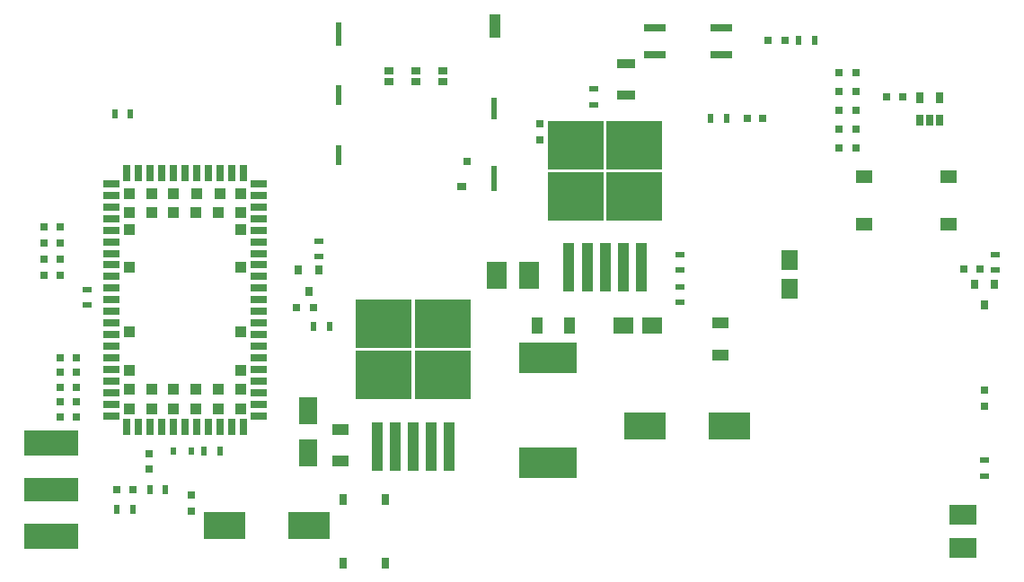
<source format=gbr>
G04 #@! TF.FileFunction,Paste,Top*
%FSLAX46Y46*%
G04 Gerber Fmt 4.6, Leading zero omitted, Abs format (unit mm)*
G04 Created by KiCad (PCBNEW 4.0.7) date Wednesday, April 25, 2018 'PMt' 02:03:55 PM*
%MOMM*%
%LPD*%
G01*
G04 APERTURE LIST*
%ADD10C,0.100000*%
%ADD11R,0.750000X0.800000*%
%ADD12R,1.000000X1.600000*%
%ADD13R,1.600000X1.000000*%
%ADD14R,5.080000X2.290000*%
%ADD15R,5.080000X2.420000*%
%ADD16R,0.800000X0.750000*%
%ADD17R,0.800000X0.800000*%
%ADD18R,0.600000X0.800000*%
%ADD19R,0.700000X1.000000*%
%ADD20R,1.800000X2.500000*%
%ADD21R,0.500000X0.900000*%
%ADD22R,0.800000X0.900000*%
%ADD23R,0.900000X0.500000*%
%ADD24R,1.550000X1.300000*%
%ADD25R,0.650000X1.060000*%
%ADD26R,1.100000X4.600000*%
%ADD27R,5.250000X4.550000*%
%ADD28R,4.000000X2.500000*%
%ADD29R,1.950000X1.500000*%
%ADD30R,1.500000X1.950000*%
%ADD31R,1.950000X2.500000*%
%ADD32R,2.000000X0.640000*%
%ADD33R,1.700000X0.900000*%
%ADD34R,0.900000X0.700000*%
%ADD35R,0.800000X0.700000*%
%ADD36R,0.600000X1.900000*%
%ADD37R,0.600000X2.400000*%
%ADD38R,0.600000X2.000000*%
%ADD39R,1.050000X2.200000*%
%ADD40R,0.600000X2.200000*%
%ADD41R,1.500000X0.800000*%
%ADD42R,0.800000X1.500000*%
%ADD43R,1.100000X1.100000*%
%ADD44R,2.500000X1.950000*%
%ADD45R,5.400040X2.900680*%
G04 APERTURE END LIST*
D10*
D11*
X110045500Y-120916000D03*
X110045500Y-122416000D03*
D12*
X149606000Y-108839000D03*
X146606000Y-108839000D03*
D13*
X163830000Y-111609000D03*
X163830000Y-108609000D03*
D14*
X100790000Y-124350000D03*
D15*
X100790000Y-119970000D03*
X100790000Y-128730000D03*
D16*
X166370000Y-89281000D03*
X167870000Y-89281000D03*
X179526500Y-87249000D03*
X181026500Y-87249000D03*
D11*
X146812000Y-91301000D03*
X146812000Y-89801000D03*
D16*
X108446000Y-124333000D03*
X106946000Y-124333000D03*
D11*
X113982500Y-124853000D03*
X113982500Y-126353000D03*
D16*
X101612000Y-113284000D03*
X103112000Y-113284000D03*
X101612000Y-114681000D03*
X103112000Y-114681000D03*
X101612000Y-116078000D03*
X103112000Y-116078000D03*
X101624000Y-117475000D03*
X103124000Y-117475000D03*
X101612000Y-111887000D03*
X103112000Y-111887000D03*
X100088000Y-104140000D03*
X101588000Y-104140000D03*
X100088000Y-102616000D03*
X101588000Y-102616000D03*
X100088000Y-101092000D03*
X101588000Y-101092000D03*
X100088000Y-99568000D03*
X101588000Y-99568000D03*
D17*
X176657000Y-84963000D03*
X175057000Y-84963000D03*
X176657000Y-86741000D03*
X175057000Y-86741000D03*
X176657000Y-88519000D03*
X175057000Y-88519000D03*
X176657000Y-90297000D03*
X175057000Y-90297000D03*
X176657000Y-92075000D03*
X175057000Y-92075000D03*
D18*
X112307000Y-120713500D03*
X114007000Y-120713500D03*
D17*
X125514000Y-107188000D03*
X123914000Y-107188000D03*
D19*
X132302000Y-125295000D03*
X128302000Y-125295000D03*
X128302000Y-131245000D03*
X132302000Y-131245000D03*
D20*
X124968000Y-116872000D03*
X124968000Y-120872000D03*
D17*
X188722000Y-116497000D03*
X188722000Y-114897000D03*
D21*
X108446000Y-126174500D03*
X106946000Y-126174500D03*
X110057500Y-124333000D03*
X111557500Y-124333000D03*
D22*
X125984000Y-103632000D03*
X124084000Y-103632000D03*
X125034000Y-105632000D03*
X189672000Y-104934000D03*
X187772000Y-104934000D03*
X188722000Y-106934000D03*
D21*
X162953000Y-89281000D03*
X164453000Y-89281000D03*
D23*
X151892000Y-87999000D03*
X151892000Y-86499000D03*
D21*
X171208000Y-81915000D03*
X172708000Y-81915000D03*
X115201000Y-120713500D03*
X116701000Y-120713500D03*
D23*
X104140000Y-105422000D03*
X104140000Y-106922000D03*
D21*
X106755500Y-88836500D03*
X108255500Y-88836500D03*
X125488000Y-108902500D03*
X126988000Y-108902500D03*
D23*
X125984000Y-100850000D03*
X125984000Y-102350000D03*
X188722000Y-121551000D03*
X188722000Y-123051000D03*
X189738000Y-103620000D03*
X189738000Y-102120000D03*
X160020000Y-105168000D03*
X160020000Y-106668000D03*
X160020000Y-102120000D03*
X160020000Y-103620000D03*
D24*
X185336000Y-94778000D03*
X185336000Y-99278000D03*
X177376000Y-99278000D03*
X177376000Y-94778000D03*
D25*
X182628500Y-89492000D03*
X183578500Y-89492000D03*
X184528500Y-89492000D03*
X184528500Y-87292000D03*
X182628500Y-87292000D03*
D26*
X131493000Y-120263000D03*
X133193000Y-120263000D03*
X134893000Y-120263000D03*
X136593000Y-120263000D03*
X138293000Y-120263000D03*
D27*
X137668000Y-108688000D03*
X132118000Y-113538000D03*
X132118000Y-108688000D03*
X137668000Y-113538000D03*
D26*
X149586000Y-103378000D03*
X151286000Y-103378000D03*
X152986000Y-103378000D03*
X154686000Y-103378000D03*
X156386000Y-103378000D03*
D27*
X155761000Y-91803000D03*
X150211000Y-96653000D03*
X150211000Y-91803000D03*
X155761000Y-96653000D03*
D28*
X125094000Y-127762000D03*
X117094000Y-127762000D03*
X156718000Y-118364000D03*
X164718000Y-118364000D03*
D16*
X186829000Y-103505000D03*
X188329000Y-103505000D03*
D29*
X154708000Y-108839000D03*
X157458000Y-108839000D03*
D30*
X170370500Y-102638000D03*
X170370500Y-105388000D03*
D31*
X145797000Y-104140000D03*
X142747000Y-104140000D03*
D17*
X169964000Y-81915000D03*
X168364000Y-81915000D03*
D32*
X157632000Y-80772000D03*
X157632000Y-83312000D03*
X163932000Y-83312000D03*
X163932000Y-80772000D03*
D33*
X154940000Y-87048000D03*
X154940000Y-84148000D03*
D34*
X139446000Y-95694500D03*
D35*
X139954000Y-93345000D03*
D34*
X137668000Y-84772500D03*
X135128000Y-84772500D03*
X132588000Y-84772500D03*
X137668000Y-85788500D03*
X135128000Y-85788500D03*
X132588000Y-85788500D03*
D36*
X127889000Y-92773500D03*
X127889000Y-87058500D03*
D37*
X142494000Y-94932500D03*
D38*
X142494000Y-88328500D03*
D39*
X142564500Y-80519000D03*
D40*
X127889000Y-81343500D03*
D41*
X120318000Y-117424000D03*
X120318000Y-116324000D03*
X120318000Y-115224000D03*
X120318000Y-114124000D03*
X120318000Y-113024000D03*
X120318000Y-111924000D03*
X120318000Y-110824000D03*
X120318000Y-109724000D03*
X120318000Y-108624000D03*
X120318000Y-107524000D03*
X120318000Y-106424000D03*
X120318000Y-105324000D03*
X120318000Y-104224000D03*
X120318000Y-103124000D03*
X120318000Y-102024000D03*
X120318000Y-100924000D03*
X120318000Y-99824000D03*
X120318000Y-98724000D03*
X120318000Y-97624000D03*
X120318000Y-96524000D03*
X120318000Y-95424000D03*
D42*
X118868000Y-94474000D03*
X117768000Y-94474000D03*
X116668000Y-94474000D03*
X115568000Y-94474000D03*
X114468000Y-94474000D03*
X113368000Y-94474000D03*
X112268000Y-94474000D03*
X111168000Y-94474000D03*
X110068000Y-94474000D03*
X108968000Y-94474000D03*
X107868000Y-94474000D03*
D41*
X106418000Y-95424000D03*
X106418000Y-96524000D03*
X106418000Y-97624000D03*
X106418000Y-98724000D03*
X106418000Y-99824000D03*
X106418000Y-100924000D03*
X106418000Y-102024000D03*
X106418000Y-103124000D03*
X106418000Y-104224000D03*
X106418000Y-105324000D03*
X106418000Y-106424000D03*
X106418000Y-107524000D03*
X106418000Y-108624000D03*
X106418000Y-109724000D03*
X106418000Y-110824000D03*
X106418000Y-111924000D03*
X106418000Y-113024000D03*
X106418000Y-114124000D03*
X106418000Y-115224000D03*
X106418000Y-116324000D03*
X106418000Y-117424000D03*
D42*
X107868000Y-118374000D03*
X108968000Y-118374000D03*
X110068000Y-118374000D03*
X111168000Y-118374000D03*
X112268000Y-118374000D03*
X113368000Y-118374000D03*
X114468000Y-118374000D03*
X115568000Y-118374000D03*
X116668000Y-118374000D03*
X117768000Y-118374000D03*
X118868000Y-118374000D03*
D43*
X118618000Y-116674000D03*
X116518000Y-116674000D03*
X114418000Y-116674000D03*
X112318000Y-116674000D03*
X110218000Y-116674000D03*
X108118000Y-116674000D03*
X118618000Y-114874000D03*
X116518000Y-114874000D03*
X114418000Y-114874000D03*
X112318000Y-114874000D03*
X110218000Y-114874000D03*
X108118000Y-114874000D03*
X118618000Y-113074000D03*
X108118000Y-113074000D03*
X118618000Y-109474000D03*
X108118000Y-109474000D03*
X118618000Y-103374000D03*
X108118000Y-103374000D03*
X118618000Y-99774000D03*
X108118000Y-99774000D03*
X118618000Y-98174000D03*
X116518000Y-98174000D03*
X114418000Y-98174000D03*
X112318000Y-98174000D03*
X110218000Y-98174000D03*
X108118000Y-98174000D03*
X118618000Y-96374000D03*
X116668000Y-96374000D03*
X114518000Y-96374000D03*
X112318000Y-96374000D03*
X110218000Y-96374000D03*
X108118000Y-96374000D03*
D13*
X128016000Y-118642000D03*
X128016000Y-121642000D03*
D44*
X186690000Y-126745000D03*
X186690000Y-129795000D03*
D45*
X147574000Y-111889540D03*
X147574000Y-121790460D03*
M02*

</source>
